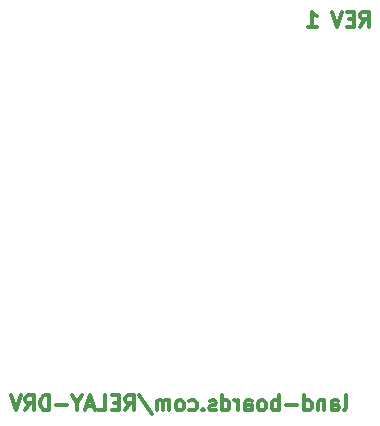
<source format=gbr>
%TF.GenerationSoftware,KiCad,Pcbnew,(5.1.10)-1*%
%TF.CreationDate,2021-11-26T12:13:43-05:00*%
%TF.ProjectId,RELAY_DRVR,52454c41-595f-4445-9256-522e6b696361,rev?*%
%TF.SameCoordinates,Original*%
%TF.FileFunction,Legend,Bot*%
%TF.FilePolarity,Positive*%
%FSLAX46Y46*%
G04 Gerber Fmt 4.6, Leading zero omitted, Abs format (unit mm)*
G04 Created by KiCad (PCBNEW (5.1.10)-1) date 2021-11-26 12:13:43*
%MOMM*%
%LPD*%
G01*
G04 APERTURE LIST*
%ADD10C,0.304800*%
G04 APERTURE END LIST*
D10*
X66314285Y-9574523D02*
X66737619Y-8969761D01*
X67040000Y-9574523D02*
X67040000Y-8304523D01*
X66556190Y-8304523D01*
X66435238Y-8365000D01*
X66374761Y-8425476D01*
X66314285Y-8546428D01*
X66314285Y-8727857D01*
X66374761Y-8848809D01*
X66435238Y-8909285D01*
X66556190Y-8969761D01*
X67040000Y-8969761D01*
X65770000Y-8909285D02*
X65346666Y-8909285D01*
X65165238Y-9574523D02*
X65770000Y-9574523D01*
X65770000Y-8304523D01*
X65165238Y-8304523D01*
X64802380Y-8304523D02*
X64379047Y-9574523D01*
X63955714Y-8304523D01*
X61899523Y-9574523D02*
X62625238Y-9574523D01*
X62262380Y-9574523D02*
X62262380Y-8304523D01*
X62383333Y-8485952D01*
X62504285Y-8606904D01*
X62625238Y-8667380D01*
X64909523Y-42074523D02*
X65030476Y-42014047D01*
X65090952Y-41893095D01*
X65090952Y-40804523D01*
X63881428Y-42074523D02*
X63881428Y-41409285D01*
X63941904Y-41288333D01*
X64062857Y-41227857D01*
X64304761Y-41227857D01*
X64425714Y-41288333D01*
X63881428Y-42014047D02*
X64002380Y-42074523D01*
X64304761Y-42074523D01*
X64425714Y-42014047D01*
X64486190Y-41893095D01*
X64486190Y-41772142D01*
X64425714Y-41651190D01*
X64304761Y-41590714D01*
X64002380Y-41590714D01*
X63881428Y-41530238D01*
X63276666Y-41227857D02*
X63276666Y-42074523D01*
X63276666Y-41348809D02*
X63216190Y-41288333D01*
X63095238Y-41227857D01*
X62913809Y-41227857D01*
X62792857Y-41288333D01*
X62732380Y-41409285D01*
X62732380Y-42074523D01*
X61583333Y-42074523D02*
X61583333Y-40804523D01*
X61583333Y-42014047D02*
X61704285Y-42074523D01*
X61946190Y-42074523D01*
X62067142Y-42014047D01*
X62127619Y-41953571D01*
X62188095Y-41832619D01*
X62188095Y-41469761D01*
X62127619Y-41348809D01*
X62067142Y-41288333D01*
X61946190Y-41227857D01*
X61704285Y-41227857D01*
X61583333Y-41288333D01*
X60978571Y-41590714D02*
X60010952Y-41590714D01*
X59406190Y-42074523D02*
X59406190Y-40804523D01*
X59406190Y-41288333D02*
X59285238Y-41227857D01*
X59043333Y-41227857D01*
X58922380Y-41288333D01*
X58861904Y-41348809D01*
X58801428Y-41469761D01*
X58801428Y-41832619D01*
X58861904Y-41953571D01*
X58922380Y-42014047D01*
X59043333Y-42074523D01*
X59285238Y-42074523D01*
X59406190Y-42014047D01*
X58075714Y-42074523D02*
X58196666Y-42014047D01*
X58257142Y-41953571D01*
X58317619Y-41832619D01*
X58317619Y-41469761D01*
X58257142Y-41348809D01*
X58196666Y-41288333D01*
X58075714Y-41227857D01*
X57894285Y-41227857D01*
X57773333Y-41288333D01*
X57712857Y-41348809D01*
X57652380Y-41469761D01*
X57652380Y-41832619D01*
X57712857Y-41953571D01*
X57773333Y-42014047D01*
X57894285Y-42074523D01*
X58075714Y-42074523D01*
X56563809Y-42074523D02*
X56563809Y-41409285D01*
X56624285Y-41288333D01*
X56745238Y-41227857D01*
X56987142Y-41227857D01*
X57108095Y-41288333D01*
X56563809Y-42014047D02*
X56684761Y-42074523D01*
X56987142Y-42074523D01*
X57108095Y-42014047D01*
X57168571Y-41893095D01*
X57168571Y-41772142D01*
X57108095Y-41651190D01*
X56987142Y-41590714D01*
X56684761Y-41590714D01*
X56563809Y-41530238D01*
X55959047Y-42074523D02*
X55959047Y-41227857D01*
X55959047Y-41469761D02*
X55898571Y-41348809D01*
X55838095Y-41288333D01*
X55717142Y-41227857D01*
X55596190Y-41227857D01*
X54628571Y-42074523D02*
X54628571Y-40804523D01*
X54628571Y-42014047D02*
X54749523Y-42074523D01*
X54991428Y-42074523D01*
X55112380Y-42014047D01*
X55172857Y-41953571D01*
X55233333Y-41832619D01*
X55233333Y-41469761D01*
X55172857Y-41348809D01*
X55112380Y-41288333D01*
X54991428Y-41227857D01*
X54749523Y-41227857D01*
X54628571Y-41288333D01*
X54084285Y-42014047D02*
X53963333Y-42074523D01*
X53721428Y-42074523D01*
X53600476Y-42014047D01*
X53540000Y-41893095D01*
X53540000Y-41832619D01*
X53600476Y-41711666D01*
X53721428Y-41651190D01*
X53902857Y-41651190D01*
X54023809Y-41590714D01*
X54084285Y-41469761D01*
X54084285Y-41409285D01*
X54023809Y-41288333D01*
X53902857Y-41227857D01*
X53721428Y-41227857D01*
X53600476Y-41288333D01*
X52995714Y-41953571D02*
X52935238Y-42014047D01*
X52995714Y-42074523D01*
X53056190Y-42014047D01*
X52995714Y-41953571D01*
X52995714Y-42074523D01*
X51846666Y-42014047D02*
X51967619Y-42074523D01*
X52209523Y-42074523D01*
X52330476Y-42014047D01*
X52390952Y-41953571D01*
X52451428Y-41832619D01*
X52451428Y-41469761D01*
X52390952Y-41348809D01*
X52330476Y-41288333D01*
X52209523Y-41227857D01*
X51967619Y-41227857D01*
X51846666Y-41288333D01*
X51120952Y-42074523D02*
X51241904Y-42014047D01*
X51302380Y-41953571D01*
X51362857Y-41832619D01*
X51362857Y-41469761D01*
X51302380Y-41348809D01*
X51241904Y-41288333D01*
X51120952Y-41227857D01*
X50939523Y-41227857D01*
X50818571Y-41288333D01*
X50758095Y-41348809D01*
X50697619Y-41469761D01*
X50697619Y-41832619D01*
X50758095Y-41953571D01*
X50818571Y-42014047D01*
X50939523Y-42074523D01*
X51120952Y-42074523D01*
X50153333Y-42074523D02*
X50153333Y-41227857D01*
X50153333Y-41348809D02*
X50092857Y-41288333D01*
X49971904Y-41227857D01*
X49790476Y-41227857D01*
X49669523Y-41288333D01*
X49609047Y-41409285D01*
X49609047Y-42074523D01*
X49609047Y-41409285D02*
X49548571Y-41288333D01*
X49427619Y-41227857D01*
X49246190Y-41227857D01*
X49125238Y-41288333D01*
X49064761Y-41409285D01*
X49064761Y-42074523D01*
X47552857Y-40744047D02*
X48641428Y-42376904D01*
X46403809Y-42074523D02*
X46827142Y-41469761D01*
X47129523Y-42074523D02*
X47129523Y-40804523D01*
X46645714Y-40804523D01*
X46524761Y-40865000D01*
X46464285Y-40925476D01*
X46403809Y-41046428D01*
X46403809Y-41227857D01*
X46464285Y-41348809D01*
X46524761Y-41409285D01*
X46645714Y-41469761D01*
X47129523Y-41469761D01*
X45859523Y-41409285D02*
X45436190Y-41409285D01*
X45254761Y-42074523D02*
X45859523Y-42074523D01*
X45859523Y-40804523D01*
X45254761Y-40804523D01*
X44105714Y-42074523D02*
X44710476Y-42074523D01*
X44710476Y-40804523D01*
X43742857Y-41711666D02*
X43138095Y-41711666D01*
X43863809Y-42074523D02*
X43440476Y-40804523D01*
X43017142Y-42074523D01*
X42351904Y-41469761D02*
X42351904Y-42074523D01*
X42775238Y-40804523D02*
X42351904Y-41469761D01*
X41928571Y-40804523D01*
X41505238Y-41590714D02*
X40537619Y-41590714D01*
X39932857Y-42074523D02*
X39932857Y-40804523D01*
X39630476Y-40804523D01*
X39449047Y-40865000D01*
X39328095Y-40985952D01*
X39267619Y-41106904D01*
X39207142Y-41348809D01*
X39207142Y-41530238D01*
X39267619Y-41772142D01*
X39328095Y-41893095D01*
X39449047Y-42014047D01*
X39630476Y-42074523D01*
X39932857Y-42074523D01*
X37937142Y-42074523D02*
X38360476Y-41469761D01*
X38662857Y-42074523D02*
X38662857Y-40804523D01*
X38179047Y-40804523D01*
X38058095Y-40865000D01*
X37997619Y-40925476D01*
X37937142Y-41046428D01*
X37937142Y-41227857D01*
X37997619Y-41348809D01*
X38058095Y-41409285D01*
X38179047Y-41469761D01*
X38662857Y-41469761D01*
X37574285Y-40804523D02*
X37150952Y-42074523D01*
X36727619Y-40804523D01*
M02*

</source>
